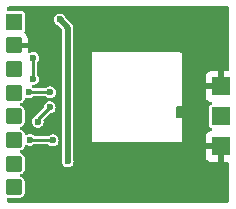
<source format=gbr>
%TF.GenerationSoftware,KiCad,Pcbnew,8.0.9-8.0.9-0~ubuntu22.04.1*%
%TF.CreationDate,2025-05-07T12:48:03+02:00*%
%TF.ProjectId,Adapter_EByte_E07_900MM10S_to_noname_green_RF_module_FUEL4EP,41646170-7465-4725-9f45-427974655f45,1.1*%
%TF.SameCoordinates,Original*%
%TF.FileFunction,Copper,L2,Bot*%
%TF.FilePolarity,Positive*%
%FSLAX46Y46*%
G04 Gerber Fmt 4.6, Leading zero omitted, Abs format (unit mm)*
G04 Created by KiCad (PCBNEW 8.0.9-8.0.9-0~ubuntu22.04.1) date 2025-05-07 12:48:03*
%MOMM*%
%LPD*%
G01*
G04 APERTURE LIST*
G04 Aperture macros list*
%AMRoundRect*
0 Rectangle with rounded corners*
0 $1 Rounding radius*
0 $2 $3 $4 $5 $6 $7 $8 $9 X,Y pos of 4 corners*
0 Add a 4 corners polygon primitive as box body*
4,1,4,$2,$3,$4,$5,$6,$7,$8,$9,$2,$3,0*
0 Add four circle primitives for the rounded corners*
1,1,$1+$1,$2,$3*
1,1,$1+$1,$4,$5*
1,1,$1+$1,$6,$7*
1,1,$1+$1,$8,$9*
0 Add four rect primitives between the rounded corners*
20,1,$1+$1,$2,$3,$4,$5,0*
20,1,$1+$1,$4,$5,$6,$7,0*
20,1,$1+$1,$6,$7,$8,$9,0*
20,1,$1+$1,$8,$9,$2,$3,0*%
G04 Aperture macros list end*
%TA.AperFunction,CastellatedPad*%
%ADD10R,1.400000X1.400000*%
%TD*%
%TA.AperFunction,CastellatedPad*%
%ADD11RoundRect,0.300000X-0.400000X-0.400000X0.400000X-0.400000X0.400000X0.400000X-0.400000X0.400000X0*%
%TD*%
%TA.AperFunction,CastellatedPad*%
%ADD12R,1.600000X1.600000*%
%TD*%
%TA.AperFunction,ViaPad*%
%ADD13C,0.600000*%
%TD*%
%TA.AperFunction,Conductor*%
%ADD14C,0.250000*%
%TD*%
%TA.AperFunction,Conductor*%
%ADD15C,0.500000*%
%TD*%
G04 APERTURE END LIST*
D10*
%TO.P,JC1,1,Pin_1*%
%TO.N,/VDD*%
X800000Y15500000D03*
%TD*%
D11*
%TO.P,JC5,1,Pin_1*%
%TO.N,/MISO{slash}GDO1*%
X800000Y7500000D03*
%TD*%
D12*
%TO.P,JA1,1,Pin_1*%
%TO.N,GND*%
X18300000Y4960000D03*
%TD*%
D11*
%TO.P,JC8,1,Pin_1*%
%TO.N,/~{CS}*%
X800000Y1500000D03*
%TD*%
D12*
%TO.P,JA3,1,Pin_1*%
%TO.N,GND*%
X18300000Y10040000D03*
%TD*%
%TO.P,JA2,1,Pin_1*%
%TO.N,/ANT*%
X18300000Y7500000D03*
%TD*%
D11*
%TO.P,JC6,1,Pin_1*%
%TO.N,/GDO2*%
X800000Y5500000D03*
%TD*%
%TO.P,JC3,1,Pin_1*%
%TO.N,/MOSI*%
X800000Y11500000D03*
%TD*%
%TO.P,JC2,1,Pin_1*%
%TO.N,GND*%
X800000Y13500000D03*
%TD*%
%TO.P,JC4,1,Pin_1*%
%TO.N,/SCK*%
X800000Y9500000D03*
%TD*%
%TO.P,JC7,1,Pin_1*%
%TO.N,/GDO0*%
X800000Y3500000D03*
%TD*%
D13*
%TO.N,GND*%
X18288000Y12319000D03*
X4572000Y11049000D03*
X15050000Y13150000D03*
X11303000Y2540000D03*
X6779317Y12785502D03*
X15544800Y5283200D03*
X11176000Y1016000D03*
X4572000Y10287000D03*
X2766814Y14439651D03*
X18288000Y2667000D03*
X2413000Y13716000D03*
X3860800Y14935200D03*
X14986000Y7874000D03*
X16228500Y14378500D03*
X7441298Y13386702D03*
%TO.N,/SCK*%
X3832000Y9525000D03*
X2032000Y9531298D03*
%TO.N,/GDO0*%
X3810000Y8255002D03*
X2794000Y7045015D03*
%TO.N,/GDO2*%
X4063996Y5461000D03*
X2119000Y5500000D03*
%TO.N,VDDA*%
X5334000Y3683000D03*
X4650000Y15700000D03*
%TO.N,/MISO{slash}GDO1*%
X2413001Y12445998D03*
X2413006Y10668000D03*
%TD*%
D14*
%TO.N,/SCK*%
X3825702Y9531298D02*
X3832000Y9525000D01*
X2032000Y9531298D02*
X3825702Y9531298D01*
%TO.N,/GDO0*%
X2794000Y7045015D02*
X2794000Y7239002D01*
X2794000Y7239002D02*
X3810000Y8255002D01*
%TO.N,/GDO2*%
X4024996Y5500000D02*
X4063996Y5461000D01*
X2119000Y5500000D02*
X4024996Y5500000D01*
D15*
%TO.N,VDDA*%
X5334000Y3683000D02*
X5334000Y15016000D01*
X5334000Y15016000D02*
X4650000Y15700000D01*
D14*
%TO.N,/MISO{slash}GDO1*%
X2413006Y10668000D02*
X2413001Y10668005D01*
X2413001Y10668005D02*
X2413001Y12445998D01*
%TD*%
%TA.AperFunction,Conductor*%
%TO.N,GND*%
G36*
X18943039Y16780315D02*
G01*
X18988794Y16727511D01*
X19000000Y16676000D01*
X19000000Y11464000D01*
X18980315Y11396961D01*
X18927511Y11351206D01*
X18876000Y11340000D01*
X18550000Y11340000D01*
X18550000Y10415277D01*
X18473694Y10459333D01*
X18359244Y10490000D01*
X18240756Y10490000D01*
X18126306Y10459333D01*
X18050000Y10415277D01*
X18050000Y11340000D01*
X17452172Y11340000D01*
X17452155Y11339999D01*
X17392627Y11333598D01*
X17392620Y11333596D01*
X17257913Y11283354D01*
X17257906Y11283350D01*
X17142812Y11197190D01*
X17142809Y11197187D01*
X17056649Y11082093D01*
X17056645Y11082086D01*
X17006403Y10947379D01*
X17006401Y10947372D01*
X17000000Y10887844D01*
X17000000Y10290000D01*
X17924722Y10290000D01*
X17880667Y10213694D01*
X17850000Y10099244D01*
X17850000Y9980756D01*
X17880667Y9866306D01*
X17924722Y9790000D01*
X17000000Y9790000D01*
X17000000Y9192155D01*
X17006401Y9132627D01*
X17006403Y9132620D01*
X17056645Y8997913D01*
X17056649Y8997906D01*
X17142809Y8882812D01*
X17142812Y8882809D01*
X17257906Y8796649D01*
X17257913Y8796645D01*
X17392620Y8746403D01*
X17392626Y8746401D01*
X17445656Y8740699D01*
X17510207Y8713959D01*
X17550053Y8656566D01*
X17552545Y8586741D01*
X17516891Y8526653D01*
X17456589Y8495793D01*
X17421769Y8488867D01*
X17421768Y8488866D01*
X17355447Y8444552D01*
X17311132Y8378230D01*
X17311131Y8378229D01*
X17299500Y8319752D01*
X17299500Y6680247D01*
X17311131Y6621770D01*
X17311132Y6621769D01*
X17355447Y6555447D01*
X17421769Y6511132D01*
X17421770Y6511131D01*
X17456589Y6504206D01*
X17518500Y6471821D01*
X17553075Y6411105D01*
X17549335Y6341336D01*
X17508468Y6284664D01*
X17445654Y6259300D01*
X17392627Y6253598D01*
X17392620Y6253596D01*
X17257913Y6203354D01*
X17257906Y6203350D01*
X17142812Y6117190D01*
X17142809Y6117187D01*
X17056649Y6002093D01*
X17056645Y6002086D01*
X17006403Y5867379D01*
X17006401Y5867372D01*
X17000000Y5807844D01*
X17000000Y5210000D01*
X17924722Y5210000D01*
X17880667Y5133694D01*
X17850000Y5019244D01*
X17850000Y4900756D01*
X17880667Y4786306D01*
X17924722Y4710000D01*
X17000000Y4710000D01*
X17000000Y4112155D01*
X17006401Y4052627D01*
X17006403Y4052620D01*
X17056645Y3917913D01*
X17056649Y3917906D01*
X17142809Y3802812D01*
X17142812Y3802809D01*
X17257906Y3716649D01*
X17257913Y3716645D01*
X17392620Y3666403D01*
X17392627Y3666401D01*
X17452155Y3660000D01*
X18050000Y3660000D01*
X18050000Y4584722D01*
X18126306Y4540667D01*
X18240756Y4510000D01*
X18359244Y4510000D01*
X18473694Y4540667D01*
X18550000Y4584722D01*
X18550000Y3660000D01*
X18876000Y3660000D01*
X18943039Y3640315D01*
X18988794Y3587511D01*
X19000000Y3536000D01*
X19000000Y324000D01*
X18980315Y256961D01*
X18927511Y211206D01*
X18876000Y200000D01*
X324000Y200000D01*
X256961Y219685D01*
X211206Y272489D01*
X200000Y324000D01*
X200000Y477809D01*
X219685Y544848D01*
X272489Y590603D01*
X337250Y601099D01*
X349530Y599779D01*
X352127Y599500D01*
X352128Y599500D01*
X1247870Y599500D01*
X1247876Y599501D01*
X1307483Y605908D01*
X1442328Y656202D01*
X1442335Y656206D01*
X1557544Y742452D01*
X1557547Y742455D01*
X1643793Y857664D01*
X1643797Y857671D01*
X1694091Y992517D01*
X1700500Y1052127D01*
X1700499Y1947872D01*
X1694091Y2007483D01*
X1643796Y2142331D01*
X1557546Y2257546D01*
X1442331Y2343796D01*
X1406487Y2357164D01*
X1335027Y2383818D01*
X1279093Y2425689D01*
X1254676Y2491153D01*
X1269527Y2559426D01*
X1318932Y2608832D01*
X1335027Y2616182D01*
X1442328Y2656202D01*
X1442335Y2656206D01*
X1557544Y2742452D01*
X1557547Y2742455D01*
X1643793Y2857664D01*
X1643797Y2857671D01*
X1694091Y2992517D01*
X1700500Y3052127D01*
X1700499Y3947872D01*
X1694091Y4007483D01*
X1643796Y4142331D01*
X1557546Y4257546D01*
X1442331Y4343796D01*
X1406487Y4357164D01*
X1335027Y4383818D01*
X1279093Y4425689D01*
X1254676Y4491153D01*
X1269527Y4559426D01*
X1318932Y4608832D01*
X1335027Y4616182D01*
X1442328Y4656202D01*
X1442335Y4656206D01*
X1557544Y4742452D01*
X1557547Y4742455D01*
X1643793Y4857664D01*
X1643797Y4857671D01*
X1696160Y4998064D01*
X1738031Y5053998D01*
X1803495Y5078415D01*
X1871768Y5063564D01*
X1879379Y5059048D01*
X1908947Y5040046D01*
X1908949Y5040045D01*
X2047036Y4999500D01*
X2047039Y4999500D01*
X2190963Y4999500D01*
X2329050Y5040045D01*
X2450126Y5117856D01*
X2450128Y5117857D01*
X2462126Y5131703D01*
X2520903Y5169477D01*
X2555838Y5174500D01*
X3593365Y5174500D01*
X3660404Y5154815D01*
X3687079Y5131701D01*
X3732865Y5078858D01*
X3853946Y5001045D01*
X3853945Y5001045D01*
X3992032Y4960500D01*
X3992035Y4960500D01*
X4135959Y4960500D01*
X4274046Y5001045D01*
X4353533Y5052128D01*
X4395124Y5078857D01*
X4489373Y5187627D01*
X4549161Y5318543D01*
X4569643Y5461000D01*
X4549161Y5603457D01*
X4489373Y5734373D01*
X4395124Y5843143D01*
X4274049Y5920953D01*
X4272976Y5921268D01*
X4243117Y5930035D01*
X4135958Y5961499D01*
X4135958Y5961500D01*
X4135957Y5961500D01*
X3992035Y5961500D01*
X3992034Y5961500D01*
X3992032Y5961499D01*
X3961103Y5952417D01*
X3853945Y5920954D01*
X3853943Y5920953D01*
X3736044Y5845184D01*
X3669005Y5825500D01*
X2555838Y5825500D01*
X2488799Y5845185D01*
X2462127Y5868295D01*
X2450128Y5882143D01*
X2329053Y5959953D01*
X2323784Y5961500D01*
X2298121Y5969035D01*
X2190962Y6000499D01*
X2190962Y6000500D01*
X2190961Y6000500D01*
X2047039Y6000500D01*
X2047038Y6000500D01*
X2047036Y6000499D01*
X1908949Y5959954D01*
X1908947Y5959953D01*
X1879381Y5940952D01*
X1812342Y5921268D01*
X1745302Y5940953D01*
X1699547Y5993757D01*
X1696160Y6001935D01*
X1643797Y6142328D01*
X1643796Y6142331D01*
X1557546Y6257546D01*
X1442331Y6343796D01*
X1406487Y6357164D01*
X1335027Y6383818D01*
X1279093Y6425689D01*
X1254676Y6491153D01*
X1269527Y6559426D01*
X1318932Y6608832D01*
X1335027Y6616182D01*
X1442328Y6656202D01*
X1442335Y6656206D01*
X1557544Y6742452D01*
X1557547Y6742455D01*
X1643793Y6857664D01*
X1643797Y6857671D01*
X1694091Y6992517D01*
X1699735Y7045015D01*
X2288353Y7045015D01*
X2308834Y6902558D01*
X2368622Y6771643D01*
X2368623Y6771641D01*
X2462873Y6662871D01*
X2583950Y6585060D01*
X2583949Y6585060D01*
X2722036Y6544515D01*
X2722039Y6544515D01*
X2865963Y6544515D01*
X3004050Y6585060D01*
X3125126Y6662871D01*
X3125128Y6662872D01*
X3219377Y6771642D01*
X3279165Y6902558D01*
X3299647Y7045015D01*
X3279165Y7187472D01*
X3279163Y7187474D01*
X3278398Y7192802D01*
X3288342Y7261960D01*
X3313455Y7298130D01*
X3733508Y7718183D01*
X3794831Y7751668D01*
X3821189Y7754502D01*
X3881963Y7754502D01*
X4020050Y7795047D01*
X4141126Y7872858D01*
X4141128Y7872859D01*
X4235377Y7981629D01*
X4295165Y8112545D01*
X4315647Y8255002D01*
X4295165Y8397459D01*
X4235377Y8528375D01*
X4141128Y8637145D01*
X4020053Y8714955D01*
X3881962Y8755501D01*
X3881962Y8755502D01*
X3881961Y8755502D01*
X3738039Y8755502D01*
X3738038Y8755502D01*
X3738036Y8755501D01*
X3599949Y8714956D01*
X3599947Y8714955D01*
X3478872Y8637145D01*
X3411529Y8559426D01*
X3384623Y8528375D01*
X3384622Y8528373D01*
X3324834Y8397458D01*
X3303091Y8246224D01*
X3300126Y8246650D01*
X3284668Y8194005D01*
X3268034Y8173363D01*
X2628541Y7533870D01*
X2590730Y7511451D01*
X2592010Y7508650D01*
X2583942Y7504966D01*
X2462876Y7427161D01*
X2462874Y7427159D01*
X2462872Y7427158D01*
X2426936Y7385685D01*
X2368623Y7318388D01*
X2368622Y7318386D01*
X2308834Y7187471D01*
X2288353Y7045015D01*
X1699735Y7045015D01*
X1700500Y7052127D01*
X1700499Y7947872D01*
X1694091Y8007483D01*
X1643796Y8142331D01*
X1557546Y8257546D01*
X1442331Y8343796D01*
X1369946Y8370794D01*
X1335027Y8383818D01*
X1279093Y8425689D01*
X1254676Y8491153D01*
X1269527Y8559426D01*
X1318932Y8608832D01*
X1335027Y8616182D01*
X1442328Y8656202D01*
X1442335Y8656206D01*
X1557544Y8742452D01*
X1557547Y8742455D01*
X1643793Y8857664D01*
X1643797Y8857671D01*
X1692865Y8989230D01*
X1734736Y9045164D01*
X1800200Y9069581D01*
X1843981Y9064874D01*
X1960035Y9030798D01*
X1960039Y9030798D01*
X2103963Y9030798D01*
X2242050Y9071343D01*
X2337410Y9132627D01*
X2363128Y9149155D01*
X2375126Y9163001D01*
X2433903Y9200775D01*
X2468838Y9205798D01*
X3389705Y9205798D01*
X3456744Y9186113D01*
X3483420Y9162998D01*
X3500870Y9142858D01*
X3621950Y9065045D01*
X3621949Y9065045D01*
X3760036Y9024500D01*
X3760039Y9024500D01*
X3903963Y9024500D01*
X4042050Y9065045D01*
X4147199Y9132620D01*
X4163128Y9142857D01*
X4257377Y9251627D01*
X4317165Y9382543D01*
X4337647Y9525000D01*
X4317165Y9667457D01*
X4257377Y9798373D01*
X4163128Y9907143D01*
X4042053Y9984953D01*
X3903962Y10025499D01*
X3903962Y10025500D01*
X3903961Y10025500D01*
X3760039Y10025500D01*
X3760038Y10025500D01*
X3760036Y10025499D01*
X3621949Y9984954D01*
X3621947Y9984953D01*
X3511542Y9914000D01*
X3500872Y9907143D01*
X3494331Y9899594D01*
X3435552Y9861820D01*
X3400619Y9856798D01*
X2468838Y9856798D01*
X2401799Y9876483D01*
X2375126Y9899594D01*
X2363128Y9913441D01*
X2363126Y9913442D01*
X2323070Y9939185D01*
X2277316Y9991989D01*
X2267372Y10061147D01*
X2296397Y10124703D01*
X2355175Y10162477D01*
X2390110Y10167500D01*
X2484969Y10167500D01*
X2623056Y10208045D01*
X2700081Y10257546D01*
X2744134Y10285857D01*
X2838383Y10394627D01*
X2898171Y10525543D01*
X2918653Y10668000D01*
X2898171Y10810457D01*
X2838383Y10941373D01*
X2768786Y11021692D01*
X2739763Y11085244D01*
X2738501Y11102892D01*
X2738501Y12011110D01*
X2758186Y12078149D01*
X2768788Y12092312D01*
X2838375Y12172620D01*
X2838376Y12172623D01*
X2838378Y12172625D01*
X2898166Y12303541D01*
X2918648Y12445998D01*
X2898166Y12588455D01*
X2838378Y12719371D01*
X2744129Y12828141D01*
X2623054Y12905951D01*
X2484963Y12946497D01*
X2484963Y12946498D01*
X2484962Y12946498D01*
X2341040Y12946498D01*
X2341039Y12946498D01*
X2341037Y12946497D01*
X2202950Y12905952D01*
X2202949Y12905952D01*
X2185513Y12894746D01*
X2118474Y12875061D01*
X2051434Y12894745D01*
X2005679Y12947549D01*
X1995253Y13012946D01*
X2000000Y13055071D01*
X2000000Y13250000D01*
X1115686Y13250000D01*
X1120080Y13254394D01*
X1172741Y13345606D01*
X1200000Y13447339D01*
X1200000Y13552661D01*
X1172741Y13654394D01*
X1120080Y13745606D01*
X1115686Y13750000D01*
X2000000Y13750000D01*
X2000000Y13944930D01*
X1984877Y14079141D01*
X1925336Y14249301D01*
X1829422Y14401948D01*
X1701948Y14529422D01*
X1698685Y14532025D01*
X1697128Y14534242D01*
X1697024Y14534347D01*
X1697042Y14534365D01*
X1658543Y14589213D01*
X1655693Y14659024D01*
X1672892Y14697862D01*
X1688867Y14721769D01*
X1688868Y14721771D01*
X1700499Y14780247D01*
X1700500Y14780249D01*
X1700500Y15700000D01*
X4144353Y15700000D01*
X4164834Y15557543D01*
X4224622Y15426628D01*
X4224623Y15426626D01*
X4318873Y15317856D01*
X4439945Y15240048D01*
X4439949Y15240046D01*
X4456163Y15235285D01*
X4508905Y15203990D01*
X4847181Y14865715D01*
X4880666Y14804392D01*
X4883500Y14778034D01*
X4883500Y3928335D01*
X4872294Y3876825D01*
X4848835Y3825457D01*
X4848834Y3825454D01*
X4848834Y3825453D01*
X4828353Y3683000D01*
X4848834Y3540543D01*
X4908622Y3409628D01*
X4908623Y3409626D01*
X5002873Y3300856D01*
X5123950Y3223045D01*
X5123949Y3223045D01*
X5262036Y3182500D01*
X5262039Y3182500D01*
X5405963Y3182500D01*
X5544050Y3223045D01*
X5665126Y3300856D01*
X5665128Y3300857D01*
X5759377Y3409627D01*
X5819165Y3540543D01*
X5839647Y3683000D01*
X5819165Y3825457D01*
X5795705Y3876825D01*
X5784500Y3928335D01*
X5784500Y5334000D01*
X7366000Y5334000D01*
X14986000Y5334000D01*
X14986000Y7366000D01*
X14602000Y7366000D01*
X14534961Y7385685D01*
X14489206Y7438489D01*
X14478000Y7490000D01*
X14478000Y8258000D01*
X14497685Y8325039D01*
X14550489Y8370794D01*
X14602000Y8382000D01*
X14986000Y8382000D01*
X14986000Y12954000D01*
X7366000Y12954000D01*
X7366000Y5334000D01*
X5784500Y5334000D01*
X5784500Y15075307D01*
X5784500Y15075309D01*
X5753799Y15189886D01*
X5753799Y15189887D01*
X5694489Y15292614D01*
X5143011Y15844090D01*
X5117904Y15880250D01*
X5075377Y15973373D01*
X4981128Y16082143D01*
X4860053Y16159953D01*
X4721962Y16200499D01*
X4721962Y16200500D01*
X4721961Y16200500D01*
X4578039Y16200500D01*
X4578038Y16200500D01*
X4578036Y16200499D01*
X4439949Y16159954D01*
X4439947Y16159953D01*
X4318872Y16082143D01*
X4224624Y15973374D01*
X4224623Y15973373D01*
X4224622Y15973371D01*
X4164834Y15842456D01*
X4144353Y15700000D01*
X1700500Y15700000D01*
X1700500Y16219750D01*
X1700499Y16219752D01*
X1688868Y16278229D01*
X1688867Y16278230D01*
X1688867Y16278231D01*
X1644552Y16344552D01*
X1578231Y16388867D01*
X1578229Y16388867D01*
X1578229Y16388868D01*
X1534568Y16397552D01*
X1519751Y16400499D01*
X1519751Y16400500D01*
X1519748Y16400500D01*
X324000Y16400500D01*
X256961Y16420185D01*
X211206Y16472989D01*
X200000Y16524500D01*
X200000Y16676000D01*
X219685Y16743039D01*
X272489Y16788794D01*
X324000Y16800000D01*
X18876000Y16800000D01*
X18943039Y16780315D01*
G37*
%TD.AperFunction*%
%TD*%
M02*

</source>
